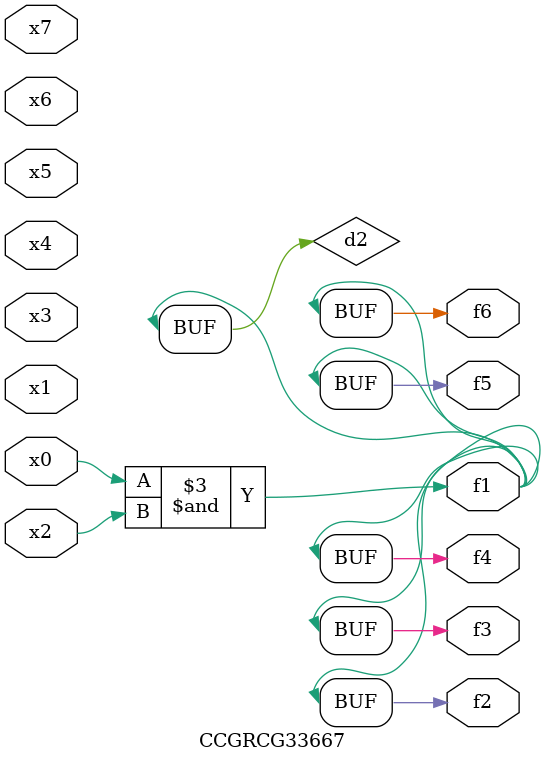
<source format=v>
module CCGRCG33667(
	input x0, x1, x2, x3, x4, x5, x6, x7,
	output f1, f2, f3, f4, f5, f6
);

	wire d1, d2;

	nor (d1, x3, x6);
	and (d2, x0, x2);
	assign f1 = d2;
	assign f2 = d2;
	assign f3 = d2;
	assign f4 = d2;
	assign f5 = d2;
	assign f6 = d2;
endmodule

</source>
